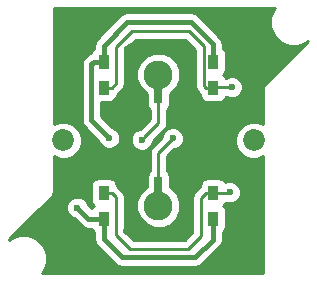
<source format=gtl>
G04 #@! TF.FileFunction,Copper,L1,Top,Signal*
%FSLAX46Y46*%
G04 Gerber Fmt 4.6, Leading zero omitted, Abs format (unit mm)*
G04 Created by KiCad (PCBNEW 4.0.7) date 03/02/18 21:06:54*
%MOMM*%
%LPD*%
G01*
G04 APERTURE LIST*
%ADD10C,0.100000*%
%ADD11C,0.600000*%
%ADD12C,1.850000*%
%ADD13R,0.900000X1.200000*%
%ADD14R,0.608000X1.090000*%
%ADD15R,1.090000X3.920000*%
%ADD16C,2.450000*%
%ADD17R,0.640000X2.450000*%
%ADD18R,3.920000X1.090000*%
%ADD19C,0.228600*%
%ADD20C,0.381000*%
%ADD21C,0.254000*%
G04 APERTURE END LIST*
D10*
D11*
X127346480Y-102747480D03*
D12*
X127156480Y-94837480D03*
X143286480Y-94837480D03*
D13*
X130596480Y-90387480D03*
X130596480Y-88187480D03*
X139846480Y-90387480D03*
X139846480Y-88187480D03*
X130596480Y-99297480D03*
X130596480Y-101497480D03*
X139846480Y-99297480D03*
X139846480Y-101497480D03*
D10*
G36*
X133361480Y-92249980D02*
X132271480Y-91624980D01*
X132271480Y-91249980D01*
X133361480Y-90624980D01*
X133361480Y-92249980D01*
X133361480Y-92249980D01*
G37*
G36*
X133361480Y-87949980D02*
X132271480Y-87324980D01*
X132271480Y-86949980D01*
X133361480Y-86324980D01*
X133361480Y-87949980D01*
X133361480Y-87949980D01*
G37*
G36*
X137071480Y-90624980D02*
X138161480Y-91249980D01*
X138161480Y-91624980D01*
X137071480Y-92249980D01*
X137071480Y-90624980D01*
X137071480Y-90624980D01*
G37*
D14*
X133616480Y-91687480D03*
D15*
X137631480Y-89287480D03*
D16*
X135216480Y-89287480D03*
D17*
X135216480Y-90537480D03*
D15*
X132801480Y-89287480D03*
D18*
X135216480Y-86872480D03*
D14*
X136816480Y-91687480D03*
D10*
G36*
X137121480Y-86324980D02*
X138211480Y-86949980D01*
X138211480Y-87324980D01*
X137121480Y-87949980D01*
X137121480Y-86324980D01*
X137121480Y-86324980D01*
G37*
G36*
X137071480Y-97434980D02*
X138161480Y-98059980D01*
X138161480Y-98434980D01*
X137071480Y-99059980D01*
X137071480Y-97434980D01*
X137071480Y-97434980D01*
G37*
G36*
X137071480Y-101734980D02*
X138161480Y-102359980D01*
X138161480Y-102734980D01*
X137071480Y-103359980D01*
X137071480Y-101734980D01*
X137071480Y-101734980D01*
G37*
G36*
X133361480Y-99059980D02*
X132271480Y-98434980D01*
X132271480Y-98059980D01*
X133361480Y-97434980D01*
X133361480Y-99059980D01*
X133361480Y-99059980D01*
G37*
D14*
X136816480Y-97997480D03*
D15*
X132801480Y-100397480D03*
D16*
X135216480Y-100397480D03*
D17*
X135216480Y-99147480D03*
D15*
X137631480Y-100397480D03*
D18*
X135216480Y-102812480D03*
D14*
X133616480Y-97997480D03*
D10*
G36*
X133311480Y-103359980D02*
X132221480Y-102734980D01*
X132221480Y-102359980D01*
X133311480Y-101734980D01*
X133311480Y-103359980D01*
X133311480Y-103359980D01*
G37*
D11*
X142746480Y-87247480D03*
X141446480Y-90347480D03*
X131046480Y-94647480D03*
X128346480Y-100547480D03*
X141246480Y-99247480D03*
X133810820Y-94783784D03*
X136430178Y-94686370D03*
D19*
X130596480Y-90387480D02*
X131275080Y-90387480D01*
X131275080Y-90387480D02*
X131646480Y-90016080D01*
X131646480Y-90016080D02*
X131646480Y-86937000D01*
X139078979Y-86892121D02*
X139078979Y-90246204D01*
X139220255Y-90387480D02*
X139846480Y-90387480D01*
X131646480Y-86937000D02*
X132993828Y-85589652D01*
X132993828Y-85589652D02*
X137776510Y-85589652D01*
X139078979Y-90246204D02*
X139220255Y-90387480D01*
X137776510Y-85589652D02*
X139078979Y-86892121D01*
X141446480Y-90347480D02*
X139886480Y-90347480D01*
X139886480Y-90347480D02*
X139846480Y-90387480D01*
D20*
X130596480Y-88187480D02*
X130596480Y-86832610D01*
X130596480Y-86832610D02*
X132589620Y-84839470D01*
X132589620Y-84839470D02*
X137956906Y-84839470D01*
X139846480Y-86729044D02*
X139846480Y-87206480D01*
X137956906Y-84839470D02*
X139846480Y-86729044D01*
X139846480Y-87206480D02*
X139846480Y-88187480D01*
X129546480Y-88406480D02*
X129546480Y-93147480D01*
X129546480Y-93147480D02*
X131046480Y-94647480D01*
X130596480Y-88187480D02*
X129765480Y-88187480D01*
X129765480Y-88187480D02*
X129546480Y-88406480D01*
D19*
X139846480Y-88187480D02*
X139846480Y-88037480D01*
X130596480Y-88037480D02*
X130596480Y-88187480D01*
D20*
X130596480Y-101497480D02*
X129296480Y-101497480D01*
X129296480Y-101497480D02*
X128346480Y-100547480D01*
X139846480Y-101497480D02*
X139846480Y-103247480D01*
X139846480Y-103247480D02*
X138346480Y-104747480D01*
X130596480Y-103197480D02*
X130596480Y-101497480D01*
X138346480Y-104747480D02*
X132146480Y-104747480D01*
X132146480Y-104747480D02*
X130596480Y-103197480D01*
D19*
X139846480Y-99297480D02*
X141196480Y-99297480D01*
X141196480Y-99297480D02*
X141246480Y-99247480D01*
X130596480Y-99297480D02*
X131275080Y-99297480D01*
X131275080Y-99297480D02*
X131646480Y-99668880D01*
X131646480Y-99668880D02*
X131646480Y-102847480D01*
X138846480Y-99701689D02*
X139250689Y-99297480D01*
X131646480Y-102847480D02*
X132846480Y-104047480D01*
X132846480Y-104047480D02*
X137746480Y-104047480D01*
X137746480Y-104047480D02*
X138846480Y-102947480D01*
X138846480Y-102947480D02*
X138846480Y-99701689D01*
X139250689Y-99297480D02*
X139846480Y-99297480D01*
X134110819Y-94483785D02*
X133810820Y-94783784D01*
X135216480Y-93378124D02*
X134110819Y-94483785D01*
X135216480Y-90537480D02*
X135216480Y-93378124D01*
X135216480Y-90537480D02*
X135216480Y-89287480D01*
X136130179Y-94986369D02*
X136430178Y-94686370D01*
X135216480Y-95900068D02*
X136130179Y-94986369D01*
X135216480Y-99147480D02*
X135216480Y-95900068D01*
X135216480Y-100397480D02*
X135216480Y-99147480D01*
D21*
G36*
X144964661Y-83711600D02*
X144661826Y-84440907D01*
X144661137Y-85230589D01*
X144962698Y-85960423D01*
X145520600Y-86519299D01*
X146249907Y-86822134D01*
X147039589Y-86822823D01*
X147769423Y-86521262D01*
X147871480Y-86419383D01*
X147871480Y-86461244D01*
X144262112Y-90070612D01*
X144113623Y-90292842D01*
X144061480Y-90554980D01*
X144061480Y-93470146D01*
X143598144Y-93277752D01*
X142977538Y-93277210D01*
X142403966Y-93514205D01*
X141964748Y-93952657D01*
X141726752Y-94525816D01*
X141726210Y-95146422D01*
X141963205Y-95719994D01*
X142401657Y-96159212D01*
X142974816Y-96397208D01*
X143595422Y-96397750D01*
X144061480Y-96205179D01*
X144061480Y-106062480D01*
X125389023Y-106062480D01*
X125478299Y-105973360D01*
X125781134Y-105244053D01*
X125781823Y-104454371D01*
X125480262Y-103724537D01*
X124922360Y-103165661D01*
X124193053Y-102862826D01*
X123403371Y-102862137D01*
X122673537Y-103163698D01*
X122571480Y-103265577D01*
X122571480Y-103221216D01*
X125060049Y-100732647D01*
X127411318Y-100732647D01*
X127553363Y-101076423D01*
X127816153Y-101339672D01*
X128081364Y-101449798D01*
X128712763Y-102081197D01*
X128980574Y-102260143D01*
X129296480Y-102322981D01*
X129296485Y-102322980D01*
X129541471Y-102322980D01*
X129543318Y-102332797D01*
X129682390Y-102548921D01*
X129770980Y-102609452D01*
X129770980Y-103197480D01*
X129833817Y-103513386D01*
X130012763Y-103781197D01*
X131562763Y-105331197D01*
X131830574Y-105510143D01*
X132146480Y-105572980D01*
X138346480Y-105572980D01*
X138662386Y-105510143D01*
X138930197Y-105331197D01*
X140430194Y-103831199D01*
X140430197Y-103831197D01*
X140569657Y-103622480D01*
X140609143Y-103563386D01*
X140671980Y-103247480D01*
X140671980Y-102610437D01*
X140747921Y-102561570D01*
X140892911Y-102349370D01*
X140943920Y-102097480D01*
X140943920Y-100897480D01*
X140899642Y-100662163D01*
X140760570Y-100446039D01*
X140690769Y-100398346D01*
X140747921Y-100361570D01*
X140892911Y-100149370D01*
X140899692Y-100115884D01*
X141059681Y-100182318D01*
X141431647Y-100182642D01*
X141775423Y-100040597D01*
X142038672Y-99777807D01*
X142181318Y-99434279D01*
X142181642Y-99062313D01*
X142039597Y-98718537D01*
X141776807Y-98455288D01*
X141433279Y-98312642D01*
X141061313Y-98312318D01*
X140857428Y-98396561D01*
X140760570Y-98246039D01*
X140548370Y-98101049D01*
X140296480Y-98050040D01*
X139396480Y-98050040D01*
X139161163Y-98094318D01*
X138945039Y-98233390D01*
X138800049Y-98445590D01*
X138749040Y-98697480D01*
X138749040Y-98748812D01*
X138720854Y-98767645D01*
X138316645Y-99171854D01*
X138154217Y-99414944D01*
X138097180Y-99701689D01*
X138097180Y-102637110D01*
X137436110Y-103298180D01*
X133156850Y-103298180D01*
X132395780Y-102537110D01*
X132395780Y-100765834D01*
X133356157Y-100765834D01*
X133638729Y-101449709D01*
X134161499Y-101973392D01*
X134844880Y-102257157D01*
X135584834Y-102257803D01*
X136268709Y-101975231D01*
X136792392Y-101452461D01*
X137076157Y-100769080D01*
X137076803Y-100029126D01*
X136794231Y-99345251D01*
X136271461Y-98821568D01*
X136183920Y-98785218D01*
X136183920Y-97922480D01*
X136139642Y-97687163D01*
X136000570Y-97471039D01*
X135965780Y-97447268D01*
X135965780Y-96210438D01*
X136554739Y-95621479D01*
X136615345Y-95621532D01*
X136959121Y-95479487D01*
X137222370Y-95216697D01*
X137365016Y-94873169D01*
X137365340Y-94501203D01*
X137223295Y-94157427D01*
X136960505Y-93894178D01*
X136616977Y-93751532D01*
X136245011Y-93751208D01*
X135901235Y-93893253D01*
X135637986Y-94156043D01*
X135495340Y-94499571D01*
X135495286Y-94561592D01*
X134686645Y-95370233D01*
X134524217Y-95613323D01*
X134467180Y-95900068D01*
X134467180Y-97444143D01*
X134445039Y-97458390D01*
X134300049Y-97670590D01*
X134249040Y-97922480D01*
X134249040Y-98784695D01*
X134164251Y-98819729D01*
X133640568Y-99342499D01*
X133356803Y-100025880D01*
X133356157Y-100765834D01*
X132395780Y-100765834D01*
X132395780Y-99668880D01*
X132338743Y-99382135D01*
X132176315Y-99139045D01*
X131804915Y-98767645D01*
X131693059Y-98692905D01*
X131649642Y-98462163D01*
X131510570Y-98246039D01*
X131298370Y-98101049D01*
X131046480Y-98050040D01*
X130146480Y-98050040D01*
X129911163Y-98094318D01*
X129695039Y-98233390D01*
X129550049Y-98445590D01*
X129499040Y-98697480D01*
X129499040Y-99897480D01*
X129543318Y-100132797D01*
X129682390Y-100348921D01*
X129752191Y-100396614D01*
X129695039Y-100433390D01*
X129575206Y-100608772D01*
X129248474Y-100282040D01*
X129139597Y-100018537D01*
X128876807Y-99755288D01*
X128533279Y-99612642D01*
X128161313Y-99612318D01*
X127817537Y-99754363D01*
X127554288Y-100017153D01*
X127411642Y-100360681D01*
X127411318Y-100732647D01*
X125060049Y-100732647D01*
X126180848Y-99611848D01*
X126329337Y-99389618D01*
X126381480Y-99127480D01*
X126381480Y-96204814D01*
X126844816Y-96397208D01*
X127465422Y-96397750D01*
X128038994Y-96160755D01*
X128478212Y-95722303D01*
X128716208Y-95149144D01*
X128716750Y-94528538D01*
X128479755Y-93954966D01*
X128041303Y-93515748D01*
X127468144Y-93277752D01*
X126847538Y-93277210D01*
X126381480Y-93469781D01*
X126381480Y-88406480D01*
X128720980Y-88406480D01*
X128720980Y-93147480D01*
X128783817Y-93463386D01*
X128962763Y-93731197D01*
X130144486Y-94912919D01*
X130253363Y-95176423D01*
X130516153Y-95439672D01*
X130859681Y-95582318D01*
X131231647Y-95582642D01*
X131575423Y-95440597D01*
X131838672Y-95177807D01*
X131925397Y-94968951D01*
X132875658Y-94968951D01*
X133017703Y-95312727D01*
X133280493Y-95575976D01*
X133624021Y-95718622D01*
X133995987Y-95718946D01*
X134339763Y-95576901D01*
X134603012Y-95314111D01*
X134745658Y-94970583D01*
X134745712Y-94908562D01*
X135746315Y-93907959D01*
X135851053Y-93751208D01*
X135908743Y-93664869D01*
X135965780Y-93378124D01*
X135965780Y-92240817D01*
X135987921Y-92226570D01*
X136132911Y-92014370D01*
X136183920Y-91762480D01*
X136183920Y-90900265D01*
X136268709Y-90865231D01*
X136792392Y-90342461D01*
X137076157Y-89659080D01*
X137076803Y-88919126D01*
X136794231Y-88235251D01*
X136271461Y-87711568D01*
X135588080Y-87427803D01*
X134848126Y-87427157D01*
X134164251Y-87709729D01*
X133640568Y-88232499D01*
X133356803Y-88915880D01*
X133356157Y-89655834D01*
X133638729Y-90339709D01*
X134161499Y-90863392D01*
X134249040Y-90899742D01*
X134249040Y-91762480D01*
X134293318Y-91997797D01*
X134432390Y-92213921D01*
X134467180Y-92237692D01*
X134467180Y-93067754D01*
X133686259Y-93848675D01*
X133625653Y-93848622D01*
X133281877Y-93990667D01*
X133018628Y-94253457D01*
X132875982Y-94596985D01*
X132875658Y-94968951D01*
X131925397Y-94968951D01*
X131981318Y-94834279D01*
X131981642Y-94462313D01*
X131839597Y-94118537D01*
X131576807Y-93855288D01*
X131311595Y-93745162D01*
X130371980Y-92805546D01*
X130371980Y-91634920D01*
X131046480Y-91634920D01*
X131281797Y-91590642D01*
X131497921Y-91451570D01*
X131642911Y-91239370D01*
X131692983Y-90992106D01*
X131804915Y-90917315D01*
X132176315Y-90545915D01*
X132308905Y-90347480D01*
X132338743Y-90302825D01*
X132395780Y-90016080D01*
X132395780Y-87247370D01*
X133304198Y-86338952D01*
X137466140Y-86338952D01*
X138329679Y-87202491D01*
X138329679Y-90246204D01*
X138386716Y-90532949D01*
X138549144Y-90776039D01*
X138690420Y-90917315D01*
X138749040Y-90956484D01*
X138749040Y-90987480D01*
X138793318Y-91222797D01*
X138932390Y-91438921D01*
X139144590Y-91583911D01*
X139396480Y-91634920D01*
X140296480Y-91634920D01*
X140531797Y-91590642D01*
X140747921Y-91451570D01*
X140892911Y-91239370D01*
X140913615Y-91137130D01*
X140916153Y-91139672D01*
X141259681Y-91282318D01*
X141631647Y-91282642D01*
X141975423Y-91140597D01*
X142238672Y-90877807D01*
X142381318Y-90534279D01*
X142381642Y-90162313D01*
X142239597Y-89818537D01*
X141976807Y-89555288D01*
X141633279Y-89412642D01*
X141261313Y-89412318D01*
X140917537Y-89554363D01*
X140902820Y-89569054D01*
X140899642Y-89552163D01*
X140760570Y-89336039D01*
X140690769Y-89288346D01*
X140747921Y-89251570D01*
X140892911Y-89039370D01*
X140943920Y-88787480D01*
X140943920Y-87587480D01*
X140899642Y-87352163D01*
X140760570Y-87136039D01*
X140671980Y-87075508D01*
X140671980Y-86729044D01*
X140630650Y-86521262D01*
X140609143Y-86413138D01*
X140430197Y-86145327D01*
X138540623Y-84255753D01*
X138272812Y-84076807D01*
X137956906Y-84013970D01*
X132589625Y-84013970D01*
X132589620Y-84013969D01*
X132273715Y-84076807D01*
X132005903Y-84255753D01*
X132005901Y-84255756D01*
X130012763Y-86248893D01*
X129833817Y-86516704D01*
X129816179Y-86605376D01*
X129770980Y-86832610D01*
X129770980Y-87074523D01*
X129695039Y-87123390D01*
X129550049Y-87335590D01*
X129535439Y-87407737D01*
X129492257Y-87416327D01*
X129449575Y-87424817D01*
X129181763Y-87603763D01*
X129181761Y-87603766D01*
X128962763Y-87822763D01*
X128783817Y-88090574D01*
X128755587Y-88232499D01*
X128720980Y-88406480D01*
X126381480Y-88406480D01*
X126381480Y-83619980D01*
X145056441Y-83619980D01*
X144964661Y-83711600D01*
X144964661Y-83711600D01*
G37*
X144964661Y-83711600D02*
X144661826Y-84440907D01*
X144661137Y-85230589D01*
X144962698Y-85960423D01*
X145520600Y-86519299D01*
X146249907Y-86822134D01*
X147039589Y-86822823D01*
X147769423Y-86521262D01*
X147871480Y-86419383D01*
X147871480Y-86461244D01*
X144262112Y-90070612D01*
X144113623Y-90292842D01*
X144061480Y-90554980D01*
X144061480Y-93470146D01*
X143598144Y-93277752D01*
X142977538Y-93277210D01*
X142403966Y-93514205D01*
X141964748Y-93952657D01*
X141726752Y-94525816D01*
X141726210Y-95146422D01*
X141963205Y-95719994D01*
X142401657Y-96159212D01*
X142974816Y-96397208D01*
X143595422Y-96397750D01*
X144061480Y-96205179D01*
X144061480Y-106062480D01*
X125389023Y-106062480D01*
X125478299Y-105973360D01*
X125781134Y-105244053D01*
X125781823Y-104454371D01*
X125480262Y-103724537D01*
X124922360Y-103165661D01*
X124193053Y-102862826D01*
X123403371Y-102862137D01*
X122673537Y-103163698D01*
X122571480Y-103265577D01*
X122571480Y-103221216D01*
X125060049Y-100732647D01*
X127411318Y-100732647D01*
X127553363Y-101076423D01*
X127816153Y-101339672D01*
X128081364Y-101449798D01*
X128712763Y-102081197D01*
X128980574Y-102260143D01*
X129296480Y-102322981D01*
X129296485Y-102322980D01*
X129541471Y-102322980D01*
X129543318Y-102332797D01*
X129682390Y-102548921D01*
X129770980Y-102609452D01*
X129770980Y-103197480D01*
X129833817Y-103513386D01*
X130012763Y-103781197D01*
X131562763Y-105331197D01*
X131830574Y-105510143D01*
X132146480Y-105572980D01*
X138346480Y-105572980D01*
X138662386Y-105510143D01*
X138930197Y-105331197D01*
X140430194Y-103831199D01*
X140430197Y-103831197D01*
X140569657Y-103622480D01*
X140609143Y-103563386D01*
X140671980Y-103247480D01*
X140671980Y-102610437D01*
X140747921Y-102561570D01*
X140892911Y-102349370D01*
X140943920Y-102097480D01*
X140943920Y-100897480D01*
X140899642Y-100662163D01*
X140760570Y-100446039D01*
X140690769Y-100398346D01*
X140747921Y-100361570D01*
X140892911Y-100149370D01*
X140899692Y-100115884D01*
X141059681Y-100182318D01*
X141431647Y-100182642D01*
X141775423Y-100040597D01*
X142038672Y-99777807D01*
X142181318Y-99434279D01*
X142181642Y-99062313D01*
X142039597Y-98718537D01*
X141776807Y-98455288D01*
X141433279Y-98312642D01*
X141061313Y-98312318D01*
X140857428Y-98396561D01*
X140760570Y-98246039D01*
X140548370Y-98101049D01*
X140296480Y-98050040D01*
X139396480Y-98050040D01*
X139161163Y-98094318D01*
X138945039Y-98233390D01*
X138800049Y-98445590D01*
X138749040Y-98697480D01*
X138749040Y-98748812D01*
X138720854Y-98767645D01*
X138316645Y-99171854D01*
X138154217Y-99414944D01*
X138097180Y-99701689D01*
X138097180Y-102637110D01*
X137436110Y-103298180D01*
X133156850Y-103298180D01*
X132395780Y-102537110D01*
X132395780Y-100765834D01*
X133356157Y-100765834D01*
X133638729Y-101449709D01*
X134161499Y-101973392D01*
X134844880Y-102257157D01*
X135584834Y-102257803D01*
X136268709Y-101975231D01*
X136792392Y-101452461D01*
X137076157Y-100769080D01*
X137076803Y-100029126D01*
X136794231Y-99345251D01*
X136271461Y-98821568D01*
X136183920Y-98785218D01*
X136183920Y-97922480D01*
X136139642Y-97687163D01*
X136000570Y-97471039D01*
X135965780Y-97447268D01*
X135965780Y-96210438D01*
X136554739Y-95621479D01*
X136615345Y-95621532D01*
X136959121Y-95479487D01*
X137222370Y-95216697D01*
X137365016Y-94873169D01*
X137365340Y-94501203D01*
X137223295Y-94157427D01*
X136960505Y-93894178D01*
X136616977Y-93751532D01*
X136245011Y-93751208D01*
X135901235Y-93893253D01*
X135637986Y-94156043D01*
X135495340Y-94499571D01*
X135495286Y-94561592D01*
X134686645Y-95370233D01*
X134524217Y-95613323D01*
X134467180Y-95900068D01*
X134467180Y-97444143D01*
X134445039Y-97458390D01*
X134300049Y-97670590D01*
X134249040Y-97922480D01*
X134249040Y-98784695D01*
X134164251Y-98819729D01*
X133640568Y-99342499D01*
X133356803Y-100025880D01*
X133356157Y-100765834D01*
X132395780Y-100765834D01*
X132395780Y-99668880D01*
X132338743Y-99382135D01*
X132176315Y-99139045D01*
X131804915Y-98767645D01*
X131693059Y-98692905D01*
X131649642Y-98462163D01*
X131510570Y-98246039D01*
X131298370Y-98101049D01*
X131046480Y-98050040D01*
X130146480Y-98050040D01*
X129911163Y-98094318D01*
X129695039Y-98233390D01*
X129550049Y-98445590D01*
X129499040Y-98697480D01*
X129499040Y-99897480D01*
X129543318Y-100132797D01*
X129682390Y-100348921D01*
X129752191Y-100396614D01*
X129695039Y-100433390D01*
X129575206Y-100608772D01*
X129248474Y-100282040D01*
X129139597Y-100018537D01*
X128876807Y-99755288D01*
X128533279Y-99612642D01*
X128161313Y-99612318D01*
X127817537Y-99754363D01*
X127554288Y-100017153D01*
X127411642Y-100360681D01*
X127411318Y-100732647D01*
X125060049Y-100732647D01*
X126180848Y-99611848D01*
X126329337Y-99389618D01*
X126381480Y-99127480D01*
X126381480Y-96204814D01*
X126844816Y-96397208D01*
X127465422Y-96397750D01*
X128038994Y-96160755D01*
X128478212Y-95722303D01*
X128716208Y-95149144D01*
X128716750Y-94528538D01*
X128479755Y-93954966D01*
X128041303Y-93515748D01*
X127468144Y-93277752D01*
X126847538Y-93277210D01*
X126381480Y-93469781D01*
X126381480Y-88406480D01*
X128720980Y-88406480D01*
X128720980Y-93147480D01*
X128783817Y-93463386D01*
X128962763Y-93731197D01*
X130144486Y-94912919D01*
X130253363Y-95176423D01*
X130516153Y-95439672D01*
X130859681Y-95582318D01*
X131231647Y-95582642D01*
X131575423Y-95440597D01*
X131838672Y-95177807D01*
X131925397Y-94968951D01*
X132875658Y-94968951D01*
X133017703Y-95312727D01*
X133280493Y-95575976D01*
X133624021Y-95718622D01*
X133995987Y-95718946D01*
X134339763Y-95576901D01*
X134603012Y-95314111D01*
X134745658Y-94970583D01*
X134745712Y-94908562D01*
X135746315Y-93907959D01*
X135851053Y-93751208D01*
X135908743Y-93664869D01*
X135965780Y-93378124D01*
X135965780Y-92240817D01*
X135987921Y-92226570D01*
X136132911Y-92014370D01*
X136183920Y-91762480D01*
X136183920Y-90900265D01*
X136268709Y-90865231D01*
X136792392Y-90342461D01*
X137076157Y-89659080D01*
X137076803Y-88919126D01*
X136794231Y-88235251D01*
X136271461Y-87711568D01*
X135588080Y-87427803D01*
X134848126Y-87427157D01*
X134164251Y-87709729D01*
X133640568Y-88232499D01*
X133356803Y-88915880D01*
X133356157Y-89655834D01*
X133638729Y-90339709D01*
X134161499Y-90863392D01*
X134249040Y-90899742D01*
X134249040Y-91762480D01*
X134293318Y-91997797D01*
X134432390Y-92213921D01*
X134467180Y-92237692D01*
X134467180Y-93067754D01*
X133686259Y-93848675D01*
X133625653Y-93848622D01*
X133281877Y-93990667D01*
X133018628Y-94253457D01*
X132875982Y-94596985D01*
X132875658Y-94968951D01*
X131925397Y-94968951D01*
X131981318Y-94834279D01*
X131981642Y-94462313D01*
X131839597Y-94118537D01*
X131576807Y-93855288D01*
X131311595Y-93745162D01*
X130371980Y-92805546D01*
X130371980Y-91634920D01*
X131046480Y-91634920D01*
X131281797Y-91590642D01*
X131497921Y-91451570D01*
X131642911Y-91239370D01*
X131692983Y-90992106D01*
X131804915Y-90917315D01*
X132176315Y-90545915D01*
X132308905Y-90347480D01*
X132338743Y-90302825D01*
X132395780Y-90016080D01*
X132395780Y-87247370D01*
X133304198Y-86338952D01*
X137466140Y-86338952D01*
X138329679Y-87202491D01*
X138329679Y-90246204D01*
X138386716Y-90532949D01*
X138549144Y-90776039D01*
X138690420Y-90917315D01*
X138749040Y-90956484D01*
X138749040Y-90987480D01*
X138793318Y-91222797D01*
X138932390Y-91438921D01*
X139144590Y-91583911D01*
X139396480Y-91634920D01*
X140296480Y-91634920D01*
X140531797Y-91590642D01*
X140747921Y-91451570D01*
X140892911Y-91239370D01*
X140913615Y-91137130D01*
X140916153Y-91139672D01*
X141259681Y-91282318D01*
X141631647Y-91282642D01*
X141975423Y-91140597D01*
X142238672Y-90877807D01*
X142381318Y-90534279D01*
X142381642Y-90162313D01*
X142239597Y-89818537D01*
X141976807Y-89555288D01*
X141633279Y-89412642D01*
X141261313Y-89412318D01*
X140917537Y-89554363D01*
X140902820Y-89569054D01*
X140899642Y-89552163D01*
X140760570Y-89336039D01*
X140690769Y-89288346D01*
X140747921Y-89251570D01*
X140892911Y-89039370D01*
X140943920Y-88787480D01*
X140943920Y-87587480D01*
X140899642Y-87352163D01*
X140760570Y-87136039D01*
X140671980Y-87075508D01*
X140671980Y-86729044D01*
X140630650Y-86521262D01*
X140609143Y-86413138D01*
X140430197Y-86145327D01*
X138540623Y-84255753D01*
X138272812Y-84076807D01*
X137956906Y-84013970D01*
X132589625Y-84013970D01*
X132589620Y-84013969D01*
X132273715Y-84076807D01*
X132005903Y-84255753D01*
X132005901Y-84255756D01*
X130012763Y-86248893D01*
X129833817Y-86516704D01*
X129816179Y-86605376D01*
X129770980Y-86832610D01*
X129770980Y-87074523D01*
X129695039Y-87123390D01*
X129550049Y-87335590D01*
X129535439Y-87407737D01*
X129492257Y-87416327D01*
X129449575Y-87424817D01*
X129181763Y-87603763D01*
X129181761Y-87603766D01*
X128962763Y-87822763D01*
X128783817Y-88090574D01*
X128755587Y-88232499D01*
X128720980Y-88406480D01*
X126381480Y-88406480D01*
X126381480Y-83619980D01*
X145056441Y-83619980D01*
X144964661Y-83711600D01*
M02*

</source>
